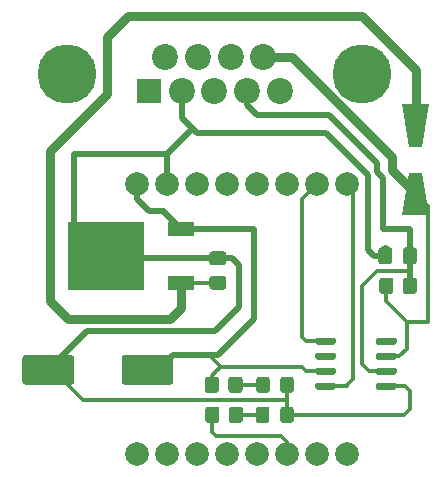
<source format=gbr>
%TF.GenerationSoftware,KiCad,Pcbnew,(5.1.9-0-10_14)*%
%TF.CreationDate,2021-05-24T09:31:48+02:00*%
%TF.ProjectId,LotusABSTool,4c6f7475-7341-4425-9354-6f6f6c2e6b69,rev?*%
%TF.SameCoordinates,PX65bcec0PY48ab840*%
%TF.FileFunction,Copper,L1,Top*%
%TF.FilePolarity,Positive*%
%FSLAX46Y46*%
G04 Gerber Fmt 4.6, Leading zero omitted, Abs format (unit mm)*
G04 Created by KiCad (PCBNEW (5.1.9-0-10_14)) date 2021-05-24 09:31:48*
%MOMM*%
%LPD*%
G01*
G04 APERTURE LIST*
%TA.AperFunction,ComponentPad*%
%ADD10R,2.000000X2.000000*%
%TD*%
%TA.AperFunction,ComponentPad*%
%ADD11C,2.200000*%
%TD*%
%TA.AperFunction,ComponentPad*%
%ADD12C,5.000000*%
%TD*%
%TA.AperFunction,ComponentPad*%
%ADD13C,2.000000*%
%TD*%
%TA.AperFunction,SMDPad,CuDef*%
%ADD14C,0.150000*%
%TD*%
%TA.AperFunction,SMDPad,CuDef*%
%ADD15R,2.200000X1.200000*%
%TD*%
%TA.AperFunction,SMDPad,CuDef*%
%ADD16R,6.400000X5.800000*%
%TD*%
%TA.AperFunction,Conductor*%
%ADD17C,0.500000*%
%TD*%
%TA.AperFunction,Conductor*%
%ADD18C,0.350000*%
%TD*%
%TA.AperFunction,Conductor*%
%ADD19C,0.250000*%
%TD*%
%TA.AperFunction,Conductor*%
%ADD20C,0.750000*%
%TD*%
G04 APERTURE END LIST*
D10*
%TO.P,J1,1*%
%TO.N,Net-(J1-Pad1)*%
X10668000Y32766000D03*
D11*
%TO.P,J1,2*%
%TO.N,GND*%
X13438000Y32766000D03*
%TO.P,J1,3*%
%TO.N,CAN-H*%
X16208000Y32766000D03*
%TO.P,J1,4*%
%TO.N,K-LINE*%
X18978000Y32766000D03*
%TO.P,J1,5*%
%TO.N,CAN-L*%
X21748000Y32766000D03*
%TO.P,J1,6*%
%TO.N,Net-(J1-Pad6)*%
X12053000Y35606000D03*
%TO.P,J1,7*%
%TO.N,Net-(J1-Pad7)*%
X14823000Y35606000D03*
%TO.P,J1,8*%
%TO.N,Net-(J1-Pad8)*%
X17593000Y35606000D03*
%TO.P,J1,9*%
%TO.N,+12V*%
X20363000Y35606000D03*
D12*
%TO.P,J1,0*%
%TO.N,N/C*%
X3708000Y34186000D03*
X28708000Y34186000D03*
%TD*%
D13*
%TO.P,U1,8*%
%TO.N,Net-(U1-Pad8)*%
X9652000Y2032000D03*
%TO.P,U1,9*%
%TO.N,+5V*%
X9652000Y24892000D03*
%TO.P,U1,7*%
%TO.N,Net-(U1-Pad7)*%
X12192000Y2032000D03*
%TO.P,U1,10*%
%TO.N,GND*%
X12192000Y24892000D03*
%TO.P,U1,6*%
%TO.N,Net-(U1-Pad6)*%
X14732000Y2032000D03*
%TO.P,U1,11*%
%TO.N,Net-(U1-Pad11)*%
X14732000Y24892000D03*
%TO.P,U1,5*%
%TO.N,Net-(U1-Pad5)*%
X17272000Y2032000D03*
%TO.P,U1,12*%
%TO.N,Net-(U1-Pad12)*%
X17272000Y24892000D03*
%TO.P,U1,4*%
%TO.N,Net-(U1-Pad4)*%
X19812000Y2032000D03*
%TO.P,U1,13*%
%TO.N,Net-(U1-Pad13)*%
X19812000Y24892000D03*
%TO.P,U1,3*%
%TO.N,Net-(510R2-Pad2)*%
X22352000Y2032000D03*
%TO.P,U1,14*%
%TO.N,Net-(U1-Pad14)*%
X22352000Y24892000D03*
%TO.P,U1,2*%
%TO.N,Net-(U1-Pad2)*%
X24892000Y2032000D03*
%TO.P,U1,15*%
%TO.N,ESP-RX*%
X24892000Y24892000D03*
%TO.P,U1,1*%
%TO.N,Net-(U1-Pad1)*%
X27432000Y2032000D03*
%TO.P,U1,16*%
%TO.N,ESP-TX*%
X27432000Y24892000D03*
%TD*%
%TO.P,100n1,1*%
%TO.N,K-LINE*%
%TA.AperFunction,SMDPad,CuDef*%
G36*
G01*
X33353500Y19271000D02*
X33353500Y18321000D01*
G75*
G02*
X33103500Y18071000I-250000J0D01*
G01*
X32428500Y18071000D01*
G75*
G02*
X32178500Y18321000I0J250000D01*
G01*
X32178500Y19271000D01*
G75*
G02*
X32428500Y19521000I250000J0D01*
G01*
X33103500Y19521000D01*
G75*
G02*
X33353500Y19271000I0J-250000D01*
G01*
G37*
%TD.AperFunction*%
%TO.P,100n1,2*%
%TO.N,GND*%
%TA.AperFunction,SMDPad,CuDef*%
G36*
G01*
X31278500Y19271000D02*
X31278500Y18321000D01*
G75*
G02*
X31028500Y18071000I-250000J0D01*
G01*
X30353500Y18071000D01*
G75*
G02*
X30103500Y18321000I0J250000D01*
G01*
X30103500Y19271000D01*
G75*
G02*
X30353500Y19521000I250000J0D01*
G01*
X31028500Y19521000D01*
G75*
G02*
X31278500Y19271000I0J-250000D01*
G01*
G37*
%TD.AperFunction*%
%TD*%
%TO.P,510R1,1*%
%TO.N,+12V*%
%TA.AperFunction,SMDPad,CuDef*%
G36*
G01*
X30166000Y15805999D02*
X30166000Y16706001D01*
G75*
G02*
X30415999Y16956000I249999J0D01*
G01*
X31116001Y16956000D01*
G75*
G02*
X31366000Y16706001I0J-249999D01*
G01*
X31366000Y15805999D01*
G75*
G02*
X31116001Y15556000I-249999J0D01*
G01*
X30415999Y15556000D01*
G75*
G02*
X30166000Y15805999I0J249999D01*
G01*
G37*
%TD.AperFunction*%
%TO.P,510R1,2*%
%TO.N,K-LINE*%
%TA.AperFunction,SMDPad,CuDef*%
G36*
G01*
X32166000Y15805999D02*
X32166000Y16706001D01*
G75*
G02*
X32415999Y16956000I249999J0D01*
G01*
X33116001Y16956000D01*
G75*
G02*
X33366000Y16706001I0J-249999D01*
G01*
X33366000Y15805999D01*
G75*
G02*
X33116001Y15556000I-249999J0D01*
G01*
X32415999Y15556000D01*
G75*
G02*
X32166000Y15805999I0J249999D01*
G01*
G37*
%TD.AperFunction*%
%TD*%
%TO.P,510R2,1*%
%TO.N,Net-(510R2-Pad1)*%
%TA.AperFunction,SMDPad,CuDef*%
G36*
G01*
X18634000Y5784001D02*
X18634000Y4883999D01*
G75*
G02*
X18384001Y4634000I-249999J0D01*
G01*
X17683999Y4634000D01*
G75*
G02*
X17434000Y4883999I0J249999D01*
G01*
X17434000Y5784001D01*
G75*
G02*
X17683999Y6034000I249999J0D01*
G01*
X18384001Y6034000D01*
G75*
G02*
X18634000Y5784001I0J-249999D01*
G01*
G37*
%TD.AperFunction*%
%TO.P,510R2,2*%
%TO.N,Net-(510R2-Pad2)*%
%TA.AperFunction,SMDPad,CuDef*%
G36*
G01*
X16634000Y5784001D02*
X16634000Y4883999D01*
G75*
G02*
X16384001Y4634000I-249999J0D01*
G01*
X15683999Y4634000D01*
G75*
G02*
X15434000Y4883999I0J249999D01*
G01*
X15434000Y5784001D01*
G75*
G02*
X15683999Y6034000I249999J0D01*
G01*
X16384001Y6034000D01*
G75*
G02*
X16634000Y5784001I0J-249999D01*
G01*
G37*
%TD.AperFunction*%
%TD*%
%TO.P,510R3,2*%
%TO.N,+5V*%
%TA.AperFunction,SMDPad,CuDef*%
G36*
G01*
X16602000Y8324001D02*
X16602000Y7423999D01*
G75*
G02*
X16352001Y7174000I-249999J0D01*
G01*
X15651999Y7174000D01*
G75*
G02*
X15402000Y7423999I0J249999D01*
G01*
X15402000Y8324001D01*
G75*
G02*
X15651999Y8574000I249999J0D01*
G01*
X16352001Y8574000D01*
G75*
G02*
X16602000Y8324001I0J-249999D01*
G01*
G37*
%TD.AperFunction*%
%TO.P,510R3,1*%
%TO.N,Net-(510R3-Pad1)*%
%TA.AperFunction,SMDPad,CuDef*%
G36*
G01*
X18602000Y8324001D02*
X18602000Y7423999D01*
G75*
G02*
X18352001Y7174000I-249999J0D01*
G01*
X17651999Y7174000D01*
G75*
G02*
X17402000Y7423999I0J249999D01*
G01*
X17402000Y8324001D01*
G75*
G02*
X17651999Y8574000I249999J0D01*
G01*
X18352001Y8574000D01*
G75*
G02*
X18602000Y8324001I0J-249999D01*
G01*
G37*
%TD.AperFunction*%
%TD*%
%TO.P,C1,2*%
%TO.N,GND*%
%TA.AperFunction,SMDPad,CuDef*%
G36*
G01*
X16985000Y17997500D02*
X16035000Y17997500D01*
G75*
G02*
X15785000Y18247500I0J250000D01*
G01*
X15785000Y18922500D01*
G75*
G02*
X16035000Y19172500I250000J0D01*
G01*
X16985000Y19172500D01*
G75*
G02*
X17235000Y18922500I0J-250000D01*
G01*
X17235000Y18247500D01*
G75*
G02*
X16985000Y17997500I-250000J0D01*
G01*
G37*
%TD.AperFunction*%
%TO.P,C1,1*%
%TO.N,Net-(C1-Pad1)*%
%TA.AperFunction,SMDPad,CuDef*%
G36*
G01*
X16985000Y15922500D02*
X16035000Y15922500D01*
G75*
G02*
X15785000Y16172500I0J250000D01*
G01*
X15785000Y16847500D01*
G75*
G02*
X16035000Y17097500I250000J0D01*
G01*
X16985000Y17097500D01*
G75*
G02*
X17235000Y16847500I0J-250000D01*
G01*
X17235000Y16172500D01*
G75*
G02*
X16985000Y15922500I-250000J0D01*
G01*
G37*
%TD.AperFunction*%
%TD*%
%TO.P,C2,1*%
%TO.N,+5V*%
%TA.AperFunction,SMDPad,CuDef*%
G36*
G01*
X12750000Y10144000D02*
X12750000Y8144000D01*
G75*
G02*
X12500000Y7894000I-250000J0D01*
G01*
X8600000Y7894000D01*
G75*
G02*
X8350000Y8144000I0J250000D01*
G01*
X8350000Y10144000D01*
G75*
G02*
X8600000Y10394000I250000J0D01*
G01*
X12500000Y10394000D01*
G75*
G02*
X12750000Y10144000I0J-250000D01*
G01*
G37*
%TD.AperFunction*%
%TO.P,C2,2*%
%TO.N,GND*%
%TA.AperFunction,SMDPad,CuDef*%
G36*
G01*
X4350000Y10144000D02*
X4350000Y8144000D01*
G75*
G02*
X4100000Y7894000I-250000J0D01*
G01*
X200000Y7894000D01*
G75*
G02*
X-50000Y8144000I0J250000D01*
G01*
X-50000Y10144000D01*
G75*
G02*
X200000Y10394000I250000J0D01*
G01*
X4100000Y10394000D01*
G75*
G02*
X4350000Y10144000I0J-250000D01*
G01*
G37*
%TD.AperFunction*%
%TD*%
%TO.P,D1,2*%
%TO.N,Net-(510R2-Pad1)*%
%TA.AperFunction,SMDPad,CuDef*%
G36*
G01*
X20877000Y5784001D02*
X20877000Y4883999D01*
G75*
G02*
X20627001Y4634000I-249999J0D01*
G01*
X19976999Y4634000D01*
G75*
G02*
X19727000Y4883999I0J249999D01*
G01*
X19727000Y5784001D01*
G75*
G02*
X19976999Y6034000I249999J0D01*
G01*
X20627001Y6034000D01*
G75*
G02*
X20877000Y5784001I0J-249999D01*
G01*
G37*
%TD.AperFunction*%
%TO.P,D1,1*%
%TO.N,GND*%
%TA.AperFunction,SMDPad,CuDef*%
G36*
G01*
X22927000Y5784001D02*
X22927000Y4883999D01*
G75*
G02*
X22677001Y4634000I-249999J0D01*
G01*
X22026999Y4634000D01*
G75*
G02*
X21777000Y4883999I0J249999D01*
G01*
X21777000Y5784001D01*
G75*
G02*
X22026999Y6034000I249999J0D01*
G01*
X22677001Y6034000D01*
G75*
G02*
X22927000Y5784001I0J-249999D01*
G01*
G37*
%TD.AperFunction*%
%TD*%
%TA.AperFunction,SMDPad,CuDef*%
D14*
%TO.P,D2,1*%
%TO.N,Net-(C1-Pad1)*%
G36*
X32124000Y31624000D02*
G01*
X34424000Y31624000D01*
X33824000Y28024000D01*
X32724000Y28024000D01*
X32124000Y31624000D01*
G37*
%TD.AperFunction*%
%TA.AperFunction,SMDPad,CuDef*%
%TO.P,D2,2*%
%TO.N,+12V*%
G36*
X34424000Y22224000D02*
G01*
X32124000Y22224000D01*
X32724000Y25824000D01*
X33824000Y25824000D01*
X34424000Y22224000D01*
G37*
%TD.AperFunction*%
%TD*%
%TO.P,D3,1*%
%TO.N,GND*%
%TA.AperFunction,SMDPad,CuDef*%
G36*
G01*
X22945000Y8324001D02*
X22945000Y7423999D01*
G75*
G02*
X22695001Y7174000I-249999J0D01*
G01*
X22044999Y7174000D01*
G75*
G02*
X21795000Y7423999I0J249999D01*
G01*
X21795000Y8324001D01*
G75*
G02*
X22044999Y8574000I249999J0D01*
G01*
X22695001Y8574000D01*
G75*
G02*
X22945000Y8324001I0J-249999D01*
G01*
G37*
%TD.AperFunction*%
%TO.P,D3,2*%
%TO.N,Net-(510R3-Pad1)*%
%TA.AperFunction,SMDPad,CuDef*%
G36*
G01*
X20895000Y8324001D02*
X20895000Y7423999D01*
G75*
G02*
X20645001Y7174000I-249999J0D01*
G01*
X19994999Y7174000D01*
G75*
G02*
X19745000Y7423999I0J249999D01*
G01*
X19745000Y8324001D01*
G75*
G02*
X19994999Y8574000I249999J0D01*
G01*
X20645001Y8574000D01*
G75*
G02*
X20895000Y8324001I0J-249999D01*
G01*
G37*
%TD.AperFunction*%
%TD*%
%TO.P,IC1,1*%
%TO.N,ESP-RX*%
%TA.AperFunction,SMDPad,CuDef*%
G36*
G01*
X24744000Y11407000D02*
X24744000Y11707000D01*
G75*
G02*
X24894000Y11857000I150000J0D01*
G01*
X26344000Y11857000D01*
G75*
G02*
X26494000Y11707000I0J-150000D01*
G01*
X26494000Y11407000D01*
G75*
G02*
X26344000Y11257000I-150000J0D01*
G01*
X24894000Y11257000D01*
G75*
G02*
X24744000Y11407000I0J150000D01*
G01*
G37*
%TD.AperFunction*%
%TO.P,IC1,2*%
%TO.N,Net-(IC1-Pad2)*%
%TA.AperFunction,SMDPad,CuDef*%
G36*
G01*
X24744000Y10137000D02*
X24744000Y10437000D01*
G75*
G02*
X24894000Y10587000I150000J0D01*
G01*
X26344000Y10587000D01*
G75*
G02*
X26494000Y10437000I0J-150000D01*
G01*
X26494000Y10137000D01*
G75*
G02*
X26344000Y9987000I-150000J0D01*
G01*
X24894000Y9987000D01*
G75*
G02*
X24744000Y10137000I0J150000D01*
G01*
G37*
%TD.AperFunction*%
%TO.P,IC1,3*%
%TO.N,+5V*%
%TA.AperFunction,SMDPad,CuDef*%
G36*
G01*
X24744000Y8867000D02*
X24744000Y9167000D01*
G75*
G02*
X24894000Y9317000I150000J0D01*
G01*
X26344000Y9317000D01*
G75*
G02*
X26494000Y9167000I0J-150000D01*
G01*
X26494000Y8867000D01*
G75*
G02*
X26344000Y8717000I-150000J0D01*
G01*
X24894000Y8717000D01*
G75*
G02*
X24744000Y8867000I0J150000D01*
G01*
G37*
%TD.AperFunction*%
%TO.P,IC1,4*%
%TO.N,ESP-TX*%
%TA.AperFunction,SMDPad,CuDef*%
G36*
G01*
X24744000Y7597000D02*
X24744000Y7897000D01*
G75*
G02*
X24894000Y8047000I150000J0D01*
G01*
X26344000Y8047000D01*
G75*
G02*
X26494000Y7897000I0J-150000D01*
G01*
X26494000Y7597000D01*
G75*
G02*
X26344000Y7447000I-150000J0D01*
G01*
X24894000Y7447000D01*
G75*
G02*
X24744000Y7597000I0J150000D01*
G01*
G37*
%TD.AperFunction*%
%TO.P,IC1,5*%
%TO.N,GND*%
%TA.AperFunction,SMDPad,CuDef*%
G36*
G01*
X29894000Y7597000D02*
X29894000Y7897000D01*
G75*
G02*
X30044000Y8047000I150000J0D01*
G01*
X31494000Y8047000D01*
G75*
G02*
X31644000Y7897000I0J-150000D01*
G01*
X31644000Y7597000D01*
G75*
G02*
X31494000Y7447000I-150000J0D01*
G01*
X30044000Y7447000D01*
G75*
G02*
X29894000Y7597000I0J150000D01*
G01*
G37*
%TD.AperFunction*%
%TO.P,IC1,6*%
%TO.N,K-LINE*%
%TA.AperFunction,SMDPad,CuDef*%
G36*
G01*
X29894000Y8867000D02*
X29894000Y9167000D01*
G75*
G02*
X30044000Y9317000I150000J0D01*
G01*
X31494000Y9317000D01*
G75*
G02*
X31644000Y9167000I0J-150000D01*
G01*
X31644000Y8867000D01*
G75*
G02*
X31494000Y8717000I-150000J0D01*
G01*
X30044000Y8717000D01*
G75*
G02*
X29894000Y8867000I0J150000D01*
G01*
G37*
%TD.AperFunction*%
%TO.P,IC1,7*%
%TO.N,+12V*%
%TA.AperFunction,SMDPad,CuDef*%
G36*
G01*
X29894000Y10137000D02*
X29894000Y10437000D01*
G75*
G02*
X30044000Y10587000I150000J0D01*
G01*
X31494000Y10587000D01*
G75*
G02*
X31644000Y10437000I0J-150000D01*
G01*
X31644000Y10137000D01*
G75*
G02*
X31494000Y9987000I-150000J0D01*
G01*
X30044000Y9987000D01*
G75*
G02*
X29894000Y10137000I0J150000D01*
G01*
G37*
%TD.AperFunction*%
%TO.P,IC1,8*%
%TO.N,Net-(IC1-Pad8)*%
%TA.AperFunction,SMDPad,CuDef*%
G36*
G01*
X29894000Y11407000D02*
X29894000Y11707000D01*
G75*
G02*
X30044000Y11857000I150000J0D01*
G01*
X31494000Y11857000D01*
G75*
G02*
X31644000Y11707000I0J-150000D01*
G01*
X31644000Y11407000D01*
G75*
G02*
X31494000Y11257000I-150000J0D01*
G01*
X30044000Y11257000D01*
G75*
G02*
X29894000Y11407000I0J150000D01*
G01*
G37*
%TD.AperFunction*%
%TD*%
D15*
%TO.P,U2,1*%
%TO.N,Net-(C1-Pad1)*%
X13344000Y16516000D03*
%TO.P,U2,3*%
%TO.N,+5V*%
X13344000Y21076000D03*
D16*
%TO.P,U2,2*%
%TO.N,GND*%
X7044000Y18796000D03*
%TD*%
D17*
%TO.N,K-LINE*%
X32766000Y18796000D02*
X32766000Y17526000D01*
X32766000Y17526000D02*
X32766000Y16256000D01*
X18978000Y31568000D02*
X18978000Y32766000D01*
X19812000Y30734000D02*
X18978000Y31568000D01*
X25908000Y30734000D02*
X19812000Y30734000D01*
X29972000Y26670000D02*
X25908000Y30734000D01*
X32766000Y18796000D02*
X32766000Y21082000D01*
X29972000Y25908000D02*
X29972000Y26670000D01*
X30480000Y25400000D02*
X29972000Y25908000D01*
X30480000Y21082000D02*
X30480000Y25400000D01*
X32766000Y21082000D02*
X30480000Y21082000D01*
D18*
X28702000Y9652000D02*
X29337000Y9017000D01*
X29337000Y9017000D02*
X29894000Y9017000D01*
X29972000Y17526000D02*
X28702000Y16256000D01*
X28702000Y16256000D02*
X28702000Y9652000D01*
X32766000Y17526000D02*
X29972000Y17526000D01*
D19*
%TO.N,GND*%
X22370000Y5352000D02*
X22352000Y5334000D01*
X20846000Y6622000D02*
X20828000Y6604000D01*
D18*
X22370000Y7874000D02*
X22370000Y6622000D01*
X22370000Y6622000D02*
X22370000Y5352000D01*
D20*
X30691000Y18796000D02*
X30691000Y19347000D01*
D17*
X12192000Y24892000D02*
X12192000Y27432000D01*
X12192000Y27432000D02*
X14285990Y29525990D01*
D19*
X4572000Y17018000D02*
X6604000Y19050000D01*
D17*
X6808000Y19254000D02*
X6604000Y19050000D01*
X7255000Y18585000D02*
X7044000Y18796000D01*
X16510000Y18585000D02*
X7255000Y18585000D01*
X9906000Y27432000D02*
X12192000Y27432000D01*
X4318000Y27432000D02*
X9906000Y27432000D01*
X4318000Y19304000D02*
X4318000Y27432000D01*
X4064000Y19050000D02*
X4318000Y19304000D01*
X4529000Y19050000D02*
X4064000Y19050000D01*
X5452000Y12446000D02*
X2150000Y9144000D01*
X18288000Y18034000D02*
X18288000Y14478000D01*
X16256000Y12446000D02*
X5452000Y12446000D01*
X18288000Y14478000D02*
X16256000Y12446000D01*
X17737000Y18585000D02*
X18288000Y18034000D01*
X16510000Y18585000D02*
X17737000Y18585000D01*
D18*
X2540000Y9144000D02*
X2150000Y9144000D01*
X5080000Y6604000D02*
X2540000Y9144000D01*
X22352000Y6604000D02*
X5080000Y6604000D01*
X22370000Y6622000D02*
X22352000Y6604000D01*
X30769000Y7747000D02*
X32385000Y7747000D01*
X32385000Y7747000D02*
X32766000Y7366000D01*
X32766000Y7366000D02*
X32766000Y5842000D01*
X32258000Y5334000D02*
X22352000Y5334000D01*
X32766000Y5842000D02*
X32258000Y5334000D01*
D17*
X29718000Y18796000D02*
X30691000Y18796000D01*
X17903980Y29210000D02*
X25654000Y29210000D01*
X29210000Y19304000D02*
X29718000Y18796000D01*
X14732000Y29210000D02*
X16894020Y29210000D01*
X13438000Y30504000D02*
X14732000Y29210000D01*
X29210000Y25654000D02*
X29210000Y19304000D01*
X25654000Y29210000D02*
X29210000Y25654000D01*
X13438000Y32766000D02*
X13438000Y30504000D01*
X17903980Y29210000D02*
X16894020Y29210000D01*
D18*
%TO.N,Net-(510R2-Pad1)*%
X18034000Y5334000D02*
X20302000Y5334000D01*
%TO.N,Net-(510R2-Pad2)*%
X22352000Y3048000D02*
X22352000Y2032000D01*
X21844000Y3556000D02*
X22352000Y3048000D01*
X16320000Y3556000D02*
X21844000Y3556000D01*
X16034000Y3842000D02*
X16320000Y3556000D01*
X16034000Y5334000D02*
X16034000Y3842000D01*
%TO.N,+5V*%
X24003000Y9017000D02*
X25619000Y9017000D01*
X16764000Y9398000D02*
X23622000Y9398000D01*
X23622000Y9398000D02*
X24003000Y9017000D01*
X16002000Y7874000D02*
X16002000Y8636000D01*
X16383000Y9017000D02*
X16764000Y9398000D01*
X16002000Y8636000D02*
X16383000Y9017000D01*
X16764000Y9398000D02*
X15875000Y10287000D01*
D17*
X9652000Y23622000D02*
X9652000Y24892000D01*
X10668000Y22606000D02*
X9652000Y23622000D01*
X11938000Y22606000D02*
X10668000Y22606000D01*
X11938000Y22482000D02*
X11938000Y22606000D01*
X13344000Y21076000D02*
X11938000Y22482000D01*
X19564000Y21076000D02*
X13344000Y21076000D01*
X19558000Y21070000D02*
X19564000Y21076000D01*
X19558000Y13462000D02*
X19558000Y21070000D01*
X16510000Y10414000D02*
X19558000Y13462000D01*
X12700000Y10414000D02*
X16510000Y10414000D01*
X11430000Y9144000D02*
X12700000Y10414000D01*
X10550000Y9144000D02*
X11430000Y9144000D01*
D18*
%TO.N,Net-(510R3-Pad1)*%
X18002000Y7874000D02*
X20320000Y7874000D01*
%TO.N,Net-(C1-Pad1)*%
X16504000Y16516000D02*
X16510000Y16510000D01*
X13344000Y16516000D02*
X16504000Y16516000D01*
D20*
X33274000Y34544000D02*
X33274000Y29824000D01*
X8890000Y39116000D02*
X28702000Y39116000D01*
X2286000Y27686000D02*
X7112000Y32512000D01*
X7112000Y37338000D02*
X8890000Y39116000D01*
X7112000Y32512000D02*
X7112000Y37338000D01*
X2286000Y14986000D02*
X2286000Y27686000D01*
X28702000Y39116000D02*
X33274000Y34544000D01*
X3810000Y13462000D02*
X2286000Y14986000D01*
X12446000Y13462000D02*
X3810000Y13462000D01*
X13344000Y14360000D02*
X12446000Y13462000D01*
X13344000Y16516000D02*
X13344000Y14360000D01*
D18*
%TO.N,+12V*%
X32512000Y13208000D02*
X30766000Y14954000D01*
X32512000Y10922000D02*
X32512000Y13208000D01*
X31877000Y10287000D02*
X32512000Y10922000D01*
X30766000Y14954000D02*
X30766000Y16256000D01*
X30769000Y10287000D02*
X31877000Y10287000D01*
D19*
X34290000Y23008000D02*
X33274000Y24024000D01*
D18*
X34290000Y13208000D02*
X34290000Y23008000D01*
X32512000Y13208000D02*
X34290000Y13208000D01*
D20*
X31242000Y26056000D02*
X33274000Y24024000D01*
X31242000Y27178000D02*
X31242000Y26056000D01*
X22814000Y35606000D02*
X31242000Y27178000D01*
X20363000Y35606000D02*
X22814000Y35606000D01*
D18*
%TO.N,ESP-RX*%
X23622000Y23622000D02*
X24892000Y24892000D01*
X23622000Y11938000D02*
X23622000Y23622000D01*
X24003000Y11557000D02*
X23622000Y11938000D01*
X25619000Y11557000D02*
X24003000Y11557000D01*
%TO.N,ESP-TX*%
X25619000Y7747000D02*
X27432000Y7747000D01*
X27940000Y24384000D02*
X27432000Y24892000D01*
X27940000Y8382000D02*
X27940000Y24384000D01*
X27432000Y7874000D02*
X27940000Y8382000D01*
%TD*%
M02*

</source>
